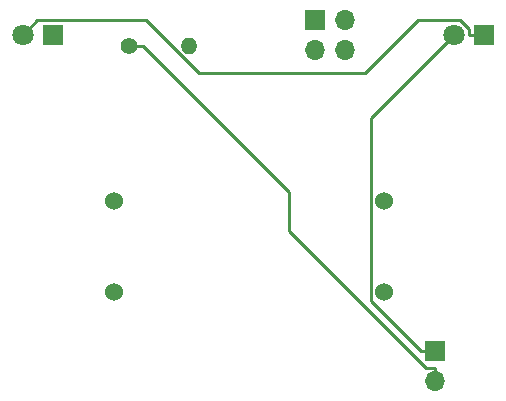
<source format=gbr>
%TF.GenerationSoftware,KiCad,Pcbnew,(6.0.11-0)*%
%TF.CreationDate,2023-11-06T17:50:52+10:00*%
%TF.ProjectId,GAUGE_Analog Instruments-12v,47415547-455f-4416-9e61-6c6f6720496e,rev?*%
%TF.SameCoordinates,Original*%
%TF.FileFunction,Copper,L1,Top*%
%TF.FilePolarity,Positive*%
%FSLAX46Y46*%
G04 Gerber Fmt 4.6, Leading zero omitted, Abs format (unit mm)*
G04 Created by KiCad (PCBNEW (6.0.11-0)) date 2023-11-06 17:50:52*
%MOMM*%
%LPD*%
G01*
G04 APERTURE LIST*
%TA.AperFunction,ComponentPad*%
%ADD10C,1.524000*%
%TD*%
%TA.AperFunction,ComponentPad*%
%ADD11R,1.700000X1.700000*%
%TD*%
%TA.AperFunction,ComponentPad*%
%ADD12O,1.700000X1.700000*%
%TD*%
%TA.AperFunction,ComponentPad*%
%ADD13C,1.400000*%
%TD*%
%TA.AperFunction,ComponentPad*%
%ADD14O,1.400000X1.400000*%
%TD*%
%TA.AperFunction,ComponentPad*%
%ADD15R,1.800000X1.800000*%
%TD*%
%TA.AperFunction,ComponentPad*%
%ADD16C,1.800000*%
%TD*%
%TA.AperFunction,Conductor*%
%ADD17C,0.250000*%
%TD*%
G04 APERTURE END LIST*
D10*
%TO.P,M1,1*%
%TO.N,/COIL1*%
X168512800Y-93018000D03*
%TO.P,M1,2,-*%
%TO.N,/COIL2*%
X168512800Y-100718000D03*
%TO.P,M1,3*%
%TO.N,/COIL3*%
X191362800Y-100718000D03*
%TO.P,M1,4*%
%TO.N,/COIL4*%
X191362800Y-93018000D03*
%TD*%
D11*
%TO.P,J2,1,Pin_1*%
%TO.N,/COIL1*%
X185530500Y-77717600D03*
D12*
%TO.P,J2,2,Pin_2*%
%TO.N,/COIL4*%
X188070500Y-77717600D03*
%TO.P,J2,3,Pin_3*%
%TO.N,/COIL2*%
X185530500Y-80257600D03*
%TO.P,J2,4,Pin_4*%
%TO.N,/COIL3*%
X188070500Y-80257600D03*
%TD*%
D11*
%TO.P,J1,1,Pin_1*%
%TO.N,/LED+12V*%
X195690500Y-105789600D03*
D12*
%TO.P,J1,2,Pin_2*%
%TO.N,/LED-12V*%
X195690500Y-108329600D03*
%TD*%
D13*
%TO.P,R1,1*%
%TO.N,/LED-12V*%
X169775500Y-79934600D03*
D14*
%TO.P,R1,2*%
%TO.N,Net-(D1-Pad1)*%
X174855500Y-79934600D03*
%TD*%
D15*
%TO.P,D1,1,K*%
%TO.N,Net-(D1-Pad1)*%
X163290500Y-78984600D03*
D16*
%TO.P,D1,2,A*%
%TO.N,Net-(D1-Pad2)*%
X160750500Y-78984600D03*
%TD*%
D15*
%TO.P,D2,1,K*%
%TO.N,Net-(D1-Pad2)*%
X199790500Y-78984600D03*
D16*
%TO.P,D2,2,A*%
%TO.N,/LED+12V*%
X197250500Y-78984600D03*
%TD*%
D17*
%TO.N,/LED-12V*%
X194882500Y-107154300D02*
X195690500Y-107154300D01*
X183291400Y-95563200D02*
X194882500Y-107154300D01*
X183291400Y-92306800D02*
X183291400Y-95563200D01*
X170919200Y-79934600D02*
X183291400Y-92306800D01*
X169775500Y-79934600D02*
X170919200Y-79934600D01*
X195690500Y-108329600D02*
X195690500Y-107154300D01*
%TO.N,/LED+12V*%
X190224500Y-101498900D02*
X194515200Y-105789600D01*
X190224500Y-86010600D02*
X190224500Y-101498900D01*
X197250500Y-78984600D02*
X190224500Y-86010600D01*
X195690500Y-105789600D02*
X194515200Y-105789600D01*
%TO.N,Net-(D1-Pad2)*%
X161975900Y-77759200D02*
X160750500Y-78984600D01*
X171165600Y-77759200D02*
X161975900Y-77759200D01*
X175645200Y-82238800D02*
X171165600Y-77759200D01*
X189745300Y-82238800D02*
X175645200Y-82238800D01*
X194236400Y-77747700D02*
X189745300Y-82238800D01*
X197787800Y-77747700D02*
X194236400Y-77747700D01*
X198565200Y-78525100D02*
X197787800Y-77747700D01*
X198565200Y-78984600D02*
X198565200Y-78525100D01*
X199790500Y-78984600D02*
X198565200Y-78984600D01*
%TD*%
M02*

</source>
